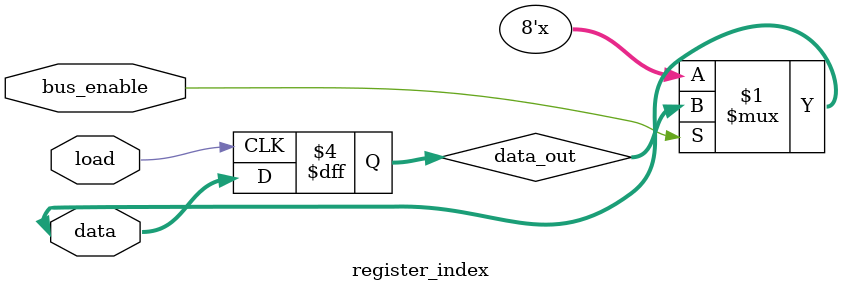
<source format=sv>
`timescale 1ns / 1ps

module register_index(
    inout [7:0] data,
    input load,
    input bus_enable
);

logic [7:0] data_out;

assign data = bus_enable ? data_out : 8'bz;

initial begin
    data_out = 8'b0;
end

always_ff @(posedge load) begin
    data_out <= data;
end

endmodule
</source>
